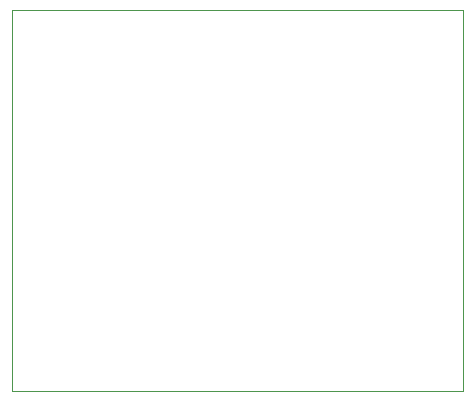
<source format=gbr>
%TF.GenerationSoftware,KiCad,Pcbnew,7.0.10*%
%TF.CreationDate,2024-04-09T17:15:05+02:00*%
%TF.ProjectId,KortsluitingBeperker,4b6f7274-736c-4756-9974-696e67426570,rev?*%
%TF.SameCoordinates,Original*%
%TF.FileFunction,Profile,NP*%
%FSLAX46Y46*%
G04 Gerber Fmt 4.6, Leading zero omitted, Abs format (unit mm)*
G04 Created by KiCad (PCBNEW 7.0.10) date 2024-04-09 17:15:05*
%MOMM*%
%LPD*%
G01*
G04 APERTURE LIST*
%TA.AperFunction,Profile*%
%ADD10C,0.100000*%
%TD*%
G04 APERTURE END LIST*
D10*
X14370000Y-14370000D02*
X52540000Y-14370000D01*
X52540000Y-46590000D01*
X14370000Y-46590000D01*
X14370000Y-14370000D01*
M02*

</source>
